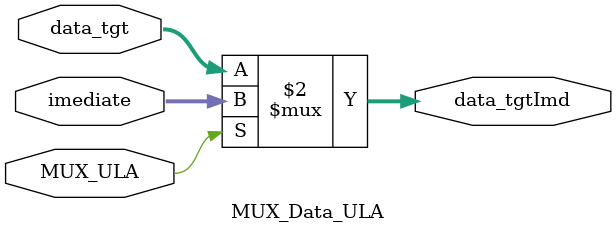
<source format=v>
module MUX_Data_ULA (
	input [31:0] data_tgt,
	input [31:0] imediate,
	input MUX_ULA,
	output [31:0] data_tgtImd
);
	
	assign data_tgtImd = (MUX_ULA == 0) ? data_tgt : imediate;
endmodule 
</source>
